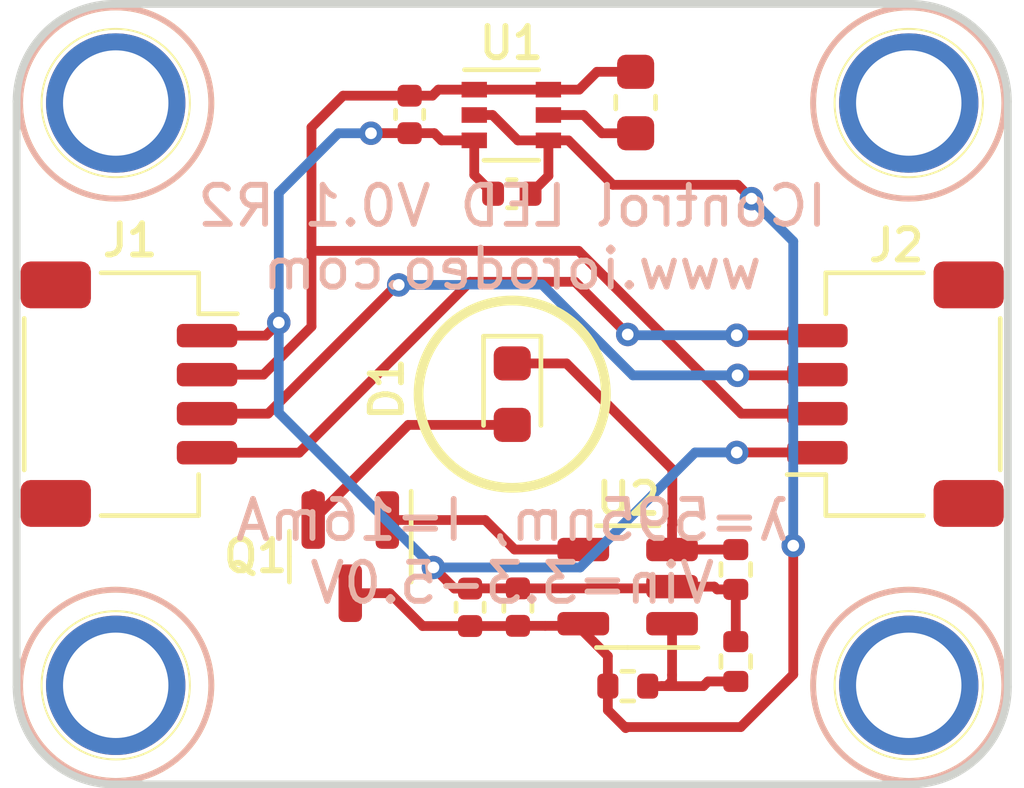
<source format=kicad_pcb>
(kicad_pcb (version 20221018) (generator pcbnew)
  (layers (0 "F.Cu" signal) (31 "B.Cu" signal) (34 "B.Paste" user) (35 "F.Paste" user) (36 "B.SilkS" user "B.Silkscreen") (37 "F.SilkS" user "F.Silkscreen") (38 "B.Mask" user) (39 "F.Mask" user) (44 "Edge.Cuts" user))
  (net 0 "")
  (net 1 "GND")
  (net 2 "/VIN")
  (net 3 "/VL")
  (net 4 "/SCL")
  (net 5 "/SDA")
  (net 6 "/5V")
  (net 7 "Net-(D1-K)")
  (net 8 "Net-(D1-A)")
  (net 9 "Net-(Q1-B)")
  (net 10 "/Vset")
  (footprint "custom_mount_hole:MountingHole_2.5mm_Pad" (layer "F.Cu") (at 52.54 52.54)
    (fp_text reference "M1" hide)
    (fp_text value "MountingHole_2.5mm_Pad" hide)
    (fp_circle (center 0 0) (end 2.45 0) (stroke (width 0.15)) (fill none) (layer "B.SilkS"))
    (fp_circle (center 0 0) (end 1.9 0) (stroke (width 0.05)) (fill none) (layer "F.SilkS"))
    (fp_circle (center 0 0) (end 2.45 0) (stroke (width 0.15)) (fill none) (layer "F.SilkS"))
    (pad "~" thru_hole circle (at 0 0) (size 3.57 3.57) (drill 2.7) (layers "*.Cu" "*.Mask"))
  )
  (footprint "custom_mount_hole:MountingHole_2.5mm_Pad" (layer "F.Cu") (at 72.86 52.54)
    (fp_text reference "M2" hide)
    (fp_text value "MountingHole_2.5mm_Pad" hide)
    (fp_circle (center 0 0) (end 2.45 0) (stroke (width 0.15)) (fill none) (layer "B.SilkS"))
    (fp_circle (center 0 0) (end 1.9 0) (stroke (width 0.05)) (fill none) (layer "F.SilkS"))
    (fp_circle (center 0 0) (end 2.45 0) (stroke (width 0.15)) (fill none) (layer "F.SilkS"))
    (pad "~" thru_hole circle (at 0 0) (size 3.57 3.57) (drill 2.7) (layers "*.Cu" "*.Mask"))
  )
  (footprint "custom_mount_hole:MountingHole_2.5mm_Pad" (layer "F.Cu") (at 72.86 67.46)
    (fp_text reference "M3" hide)
    (fp_text value "MountingHole_2.5mm_Pad" hide)
    (fp_circle (center 0 0) (end 2.45 0) (stroke (width 0.15)) (fill none) (layer "B.SilkS"))
    (fp_circle (center 0 0) (end 1.9 0) (stroke (width 0.05)) (fill none) (layer "F.SilkS"))
    (fp_circle (center 0 0) (end 2.45 0) (stroke (width 0.15)) (fill none) (layer "F.SilkS"))
    (pad "~" thru_hole circle (at 0 0) (size 3.57 3.57) (drill 2.7) (layers "*.Cu" "*.Mask"))
  )
  (footprint "custom_mount_hole:MountingHole_2.5mm_Pad" (layer "F.Cu") (at 52.54 67.46)
    (fp_text reference "M4" hide)
    (fp_text value "MountingHole_2.5mm_Pad" hide)
    (fp_circle (center 0 0) (end 2.45 0) (stroke (width 0.15)) (fill none) (layer "B.SilkS"))
    (fp_circle (center 0 0) (end 1.9 0) (stroke (width 0.05)) (fill none) (layer "F.SilkS"))
    (fp_circle (center 0 0) (end 2.45 0) (stroke (width 0.15)) (fill none) (layer "F.SilkS"))
    (pad "~" thru_hole circle (at 0 0) (size 3.57 3.57) (drill 2.7) (layers "*.Cu" "*.Mask"))
  )
  (footprint "LED_SMD:LED_0603_1608Metric" (layer "F.Cu") (at 62.7 60 -90)
    (fp_text reference "D1" (at -0.1322 3.2132 90) (layer "F.SilkS") (effects (font (size 0.8 0.8))))
    (fp_text value "LED" hide)
    (fp_line (start -1.485 -0.735) (end -1.485 0.735) (stroke (width 0.12)) (layer "F.SilkS"))
    (fp_line (start -1.485 0.735) (end 0.8 0.735) (stroke (width 0.12)) (layer "F.SilkS"))
    (fp_line (start 0.8 -0.735) (end -1.485 -0.735) (stroke (width 0.12)) (layer "F.SilkS"))
    (pad "1" smd roundrect (at -0.7875 0 270) (size 0.875 0.95) (layers "F.Cu" "F.Paste" "F.Mask") (net 7 "Net-(D1-K)"))
    (pad "2" smd roundrect (at 0.7875 0 270) (size 0.875 0.95) (layers "F.Cu" "F.Paste" "F.Mask") (net 8 "Net-(D1-A)"))
  )
  (footprint "JST_SH_SM04B_custom:JST_SH_SM04B-SRSS-TB_1x04-1MP_P1.00mm_Horizontal" (layer "F.Cu") (at 52.88 60 -90)
    (fp_text reference "J1" (at -3.9422 -0.0298) (layer "F.SilkS") (effects (font (size 0.8 0.8))))
    (fp_text value "Conn_01x04" hide)
    (fp_line (start -3.11 -1.785) (end -2.06 -1.785) (stroke (width 0.12)) (layer "F.SilkS"))
    (fp_line (start -3.11 0.715) (end -3.11 -1.785) (stroke (width 0.12)) (layer "F.SilkS"))
    (fp_line (start -2.06 -1.785) (end -2.06 -2.775) (stroke (width 0.12)) (layer "F.SilkS"))
    (fp_line (start -1.94 2.685) (end 1.94 2.685) (stroke (width 0.12)) (layer "F.SilkS"))
    (fp_line (start 3.11 -1.785) (end 2.06 -1.785) (stroke (width 0.12)) (layer "F.SilkS"))
    (fp_line (start 3.11 0.715) (end 3.11 -1.785) (stroke (width 0.12)) (layer "F.SilkS"))
    (pad "1" smd roundrect (at -1.5 -2 270) (size 0.6 1.55) (layers "F.Cu" "F.Paste" "F.Mask") (net 1 "GND"))
    (pad "2" smd roundrect (at -0.5 -2 270) (size 0.6 1.55) (layers "F.Cu" "F.Paste" "F.Mask") (net 2 "/VIN"))
    (pad "3" smd roundrect (at 0.5 -2 270) (size 0.6 1.55) (layers "F.Cu" "F.Paste" "F.Mask") (net 5 "/SDA"))
    (pad "4" smd roundrect (at 1.5 -2 270) (size 0.6 1.55) (layers "F.Cu" "F.Paste" "F.Mask") (net 4 "/SCL"))
    (pad "MP" smd roundrect (at -2.8 1.875 270) (size 1.2 1.8) (layers "F.Cu" "F.Paste" "F.Mask") (roundrect_rratio 0.2083333333))
    (pad "MP" smd roundrect (at 2.8 1.875 270) (size 1.2 1.8) (layers "F.Cu" "F.Paste" "F.Mask") (roundrect_rratio 0.2083333333))
  )
  (footprint "JST_SH_SM04B_custom:JST_SH_SM04B-SRSS-TB_1x04-1MP_P1.00mm_Horizontal" (layer "F.Cu") (at 72.52 60 90)
    (fp_text reference "J2" (at 3.8152 0.0208 180) (layer "F.SilkS") (effects (font (size 0.8 0.8))))
    (fp_text value "Conn_01x04" hide)
    (fp_line (start -3.11 -1.785) (end -2.06 -1.785) (stroke (width 0.12)) (layer "F.SilkS"))
    (fp_line (start -3.11 0.715) (end -3.11 -1.785) (stroke (width 0.12)) (layer "F.SilkS"))
    (fp_line (start -2.06 -1.785) (end -2.06 -2.775) (stroke (width 0.12)) (layer "F.SilkS"))
    (fp_line (start -1.94 2.685) (end 1.94 2.685) (stroke (width 0.12)) (layer "F.SilkS"))
    (fp_line (start 3.11 -1.785) (end 2.06 -1.785) (stroke (width 0.12)) (layer "F.SilkS"))
    (fp_line (start 3.11 0.715) (end 3.11 -1.785) (stroke (width 0.12)) (layer "F.SilkS"))
    (pad "1" smd roundrect (at -1.5 -2 90) (size 0.6 1.55) (layers "F.Cu" "F.Paste" "F.Mask") (net 1 "GND"))
    (pad "2" smd roundrect (at -0.5 -2 90) (size 0.6 1.55) (layers "F.Cu" "F.Paste" "F.Mask") (net 2 "/VIN"))
    (pad "3" smd roundrect (at 0.5 -2 90) (size 0.6 1.55) (layers "F.Cu" "F.Paste" "F.Mask") (net 5 "/SDA"))
    (pad "4" smd roundrect (at 1.5 -2 90) (size 0.6 1.55) (layers "F.Cu" "F.Paste" "F.Mask") (net 4 "/SCL"))
    (pad "MP" smd roundrect (at -2.8 1.875 90) (size 1.2 1.8) (layers "F.Cu" "F.Paste" "F.Mask") (roundrect_rratio 0.2083333333))
    (pad "MP" smd roundrect (at 2.8 1.875 90) (size 1.2 1.8) (layers "F.Cu" "F.Paste" "F.Mask") (roundrect_rratio 0.2083333333))
  )
  (footprint "Resistor_SMD:R_0402_1005Metric" (layer "F.Cu") (at 68.4276 64.4926 -90)
    (fp_text reference "R1" hide)
    (fp_text value "10" hide)
    (fp_line (start -0.153641 -0.38) (end 0.153641 -0.38) (stroke (width 0.12)) (layer "F.SilkS"))
    (fp_line (start -0.153641 0.38) (end 0.153641 0.38) (stroke (width 0.12)) (layer "F.SilkS"))
    (pad "1" smd roundrect (at -0.51 0 270) (size 0.54 0.64) (layers "F.Cu" "F.Paste" "F.Mask") (net 7 "Net-(D1-K)"))
    (pad "2" smd roundrect (at 0.51 0 270) (size 0.54 0.64) (layers "F.Cu" "F.Paste" "F.Mask") (net 1 "GND"))
  )
  (footprint "Package_TO_SOT_SMD:SOT-23-5" (layer "F.Cu") (at 65.6577 64.931 180)
    (fp_text reference "U2" (at -0.0125 2.25) (layer "F.SilkS") (effects (font (size 0.8 0.8) (thickness 0.15) bold)))
    (fp_text value "LMV321")
    (fp_line (start 0 -1.56) (end -1.8 -1.56) (stroke (width 0.12)) (layer "F.SilkS"))
    (fp_line (start 0 -1.56) (end 0.8 -1.56) (stroke (width 0.12)) (layer "F.SilkS"))
    (fp_line (start 0 1.56) (end -0.8 1.56) (stroke (width 0.12)) (layer "F.SilkS"))
    (fp_line (start 0 1.56) (end 0.8 1.56) (stroke (width 0.12)) (layer "F.SilkS"))
    (pad "1" smd roundrect (at -1.1375 -0.95 180) (size 1.325 0.6) (layers "F.Cu" "F.Paste" "F.Mask") (net 10 "/Vset"))
    (pad "2" smd roundrect (at -1.1375 0 180) (size 1.325 0.6) (layers "F.Cu" "F.Paste" "F.Mask") (net 1 "GND"))
    (pad "3" smd roundrect (at -1.1375 0.95 180) (size 1.325 0.6) (layers "F.Cu" "F.Paste" "F.Mask") (net 7 "Net-(D1-K)"))
    (pad "4" smd roundrect (at 1.1375 0.95 180) (size 1.325 0.6) (layers "F.Cu" "F.Paste" "F.Mask") (net 9 "Net-(Q1-B)"))
    (pad "5" smd roundrect (at 1.1375 -0.95 180) (size 1.325 0.6) (layers "F.Cu" "F.Paste" "F.Mask") (net 6 "/5V"))
  )
  (footprint "Capacitor_SMD:C_0402_1005Metric" (layer "F.Cu") (at 62.8452 65.456 90)
    (fp_text reference "C3" hide)
    (fp_text value "0.1uF" hide)
    (fp_line (start -0.107836 -0.36) (end 0.107836 -0.36) (stroke (width 0.12)) (layer "F.SilkS"))
    (fp_line (start -0.107836 0.36) (end 0.107836 0.36) (stroke (width 0.12)) (layer "F.SilkS"))
    (pad "1" smd roundrect (at -0.48 0 90) (size 0.56 0.62) (layers "F.Cu" "F.Paste" "F.Mask") (net 6 "/5V"))
    (pad "2" smd roundrect (at 0.48 0 90) (size 0.56 0.62) (layers "F.Cu" "F.Paste" "F.Mask") (net 1 "GND"))
  )
  (footprint "Resistor_SMD:R_0402_1005Metric" (layer "F.Cu") (at 68.4276 66.8508 90)
    (fp_text reference "R3" hide)
    (fp_text value "1k" hide)
    (fp_line (start -0.153641 -0.38) (end 0.153641 -0.38) (stroke (width 0.12)) (layer "F.SilkS"))
    (fp_line (start -0.153641 0.38) (end 0.153641 0.38) (stroke (width 0.12)) (layer "F.SilkS"))
    (pad "1" smd roundrect (at -0.51 0 90) (size 0.54 0.64) (layers "F.Cu" "F.Paste" "F.Mask") (net 10 "/Vset"))
    (pad "2" smd roundrect (at 0.51 0 90) (size 0.54 0.64) (layers "F.Cu" "F.Paste" "F.Mask") (net 1 "GND"))
  )
  (footprint "Inductor_SMD:L_0603_1608Metric" (layer "F.Cu") (at 65.8622 52.5272 -90)
    (fp_text reference "L1" hide)
    (fp_text value "4.7uF" hide)
    (fp_line (start -0.162779 -0.51) (end 0.162779 -0.51) (stroke (width 0.12)) (layer "F.SilkS"))
    (fp_line (start -0.162779 0.51) (end 0.162779 0.51) (stroke (width 0.12)) (layer "F.SilkS"))
    (pad "1" smd roundrect (at -0.7875 0 270) (size 0.875 0.95) (layers "F.Cu" "F.Paste" "F.Mask") (net 2 "/VIN"))
    (pad "2" smd roundrect (at 0.7875 0 270) (size 0.875 0.95) (layers "F.Cu" "F.Paste" "F.Mask") (net 3 "/VL"))
  )
  (footprint "Resistor_SMD:R_0402_1005Metric" (layer "F.Cu") (at 65.6602 67.481)
    (fp_text reference "R2" hide)
    (fp_text value "30k" hide)
    (fp_line (start -0.153641 -0.38) (end 0.153641 -0.38) (stroke (width 0.12)) (layer "F.SilkS"))
    (fp_line (start -0.153641 0.38) (end 0.153641 0.38) (stroke (width 0.12)) (layer "F.SilkS"))
    (pad "1" smd roundrect (at -0.51 0) (size 0.54 0.64) (layers "F.Cu" "F.Paste" "F.Mask") (net 6 "/5V"))
    (pad "2" smd roundrect (at 0.51 0) (size 0.54 0.64) (layers "F.Cu" "F.Paste" "F.Mask") (net 10 "/Vset"))
  )
  (footprint "Capacitor_SMD:C_0402_1005Metric" (layer "F.Cu") (at 60.071 52.832 90)
    (fp_text reference "C1" hide)
    (fp_text value "10uF" hide)
    (fp_line (start -0.107836 -0.36) (end 0.107836 -0.36) (stroke (width 0.12)) (layer "F.SilkS"))
    (fp_line (start -0.107836 0.36) (end 0.107836 0.36) (stroke (width 0.12)) (layer "F.SilkS"))
    (pad "1" smd roundrect (at -0.48 0 90) (size 0.56 0.62) (layers "F.Cu" "F.Paste" "F.Mask") (net 1 "GND"))
    (pad "2" smd roundrect (at 0.48 0 90) (size 0.56 0.62) (layers "F.Cu" "F.Paste" "F.Mask") (net 2 "/VIN"))
  )
  (footprint "Package_TO_SOT_SMD:SOT-363_SC-70-6" (layer "F.Cu") (at 62.677 52.847)
    (fp_text reference "U1" (at 0 -1.8438) (layer "F.SilkS") (effects (font (size 0.8 0.8))))
    (fp_text value "TPS61222DCK" hide)
    (fp_line (start -0.7 1.16) (end 0.7 1.16) (stroke (width 0.12)) (layer "F.SilkS"))
    (fp_line (start 0.7 -1.16) (end -1.2 -1.16) (stroke (width 0.12)) (layer "F.SilkS"))
    (pad "1" smd rect (at -0.95 -0.65) (size 0.65 0.4) (layers "F.Cu" "F.Paste" "F.Mask") (net 2 "/VIN"))
    (pad "2" smd rect (at -0.95 0) (size 0.65 0.4) (layers "F.Cu" "F.Paste" "F.Mask") (net 6 "/5V"))
    (pad "3" smd rect (at -0.95 0.65) (size 0.65 0.4) (layers "F.Cu" "F.Paste" "F.Mask") (net 1 "GND"))
    (pad "4" smd rect (at 0.95 0.65) (size 0.65 0.4) (layers "F.Cu" "F.Paste" "F.Mask") (net 6 "/5V"))
    (pad "5" smd rect (at 0.95 0) (size 0.65 0.4) (layers "F.Cu" "F.Paste" "F.Mask") (net 3 "/VL"))
    (pad "6" smd rect (at 0.95 -0.65) (size 0.65 0.4) (layers "F.Cu" "F.Paste" "F.Mask") (net 2 "/VIN"))
  )
  (footprint "Capacitor_SMD:C_0402_1005Metric" (layer "F.Cu") (at 61.6202 65.461 90)
    (fp_text reference "C4" hide)
    (fp_text value "10uF" hide)
    (fp_line (start -0.107836 -0.36) (end 0.107836 -0.36) (stroke (width 0.12)) (layer "F.SilkS"))
    (fp_line (start -0.107836 0.36) (end 0.107836 0.36) (stroke (width 0.12)) (layer "F.SilkS"))
    (pad "1" smd roundrect (at -0.48 0 90) (size 0.56 0.62) (layers "F.Cu" "F.Paste" "F.Mask") (net 6 "/5V"))
    (pad "2" smd roundrect (at 0.48 0 90) (size 0.56 0.62) (layers "F.Cu" "F.Paste" "F.Mask") (net 1 "GND"))
  )
  (footprint "Package_TO_SOT_SMD:SOT-23" (layer "F.Cu") (at 58.55 64.1625 -90)
    (fp_text reference "Q1" (at -0.0125 2.425 -180) (layer "F.SilkS") (effects (font (size 0.8 0.8) (thickness 0.15) bold)))
    (fp_text value "MMBT5551L" hide)
    (fp_line (start 0 -1.56) (end -1.675 -1.56) (stroke (width 0.12)) (layer "F.SilkS"))
    (fp_line (start 0 -1.56) (end 0.65 -1.56) (stroke (width 0.12)) (layer "F.SilkS"))
    (fp_line (start 0 1.56) (end -0.65 1.56) (stroke (width 0.12)) (layer "F.SilkS"))
    (fp_line (start 0 1.56) (end 0.65 1.56) (stroke (width 0.12)) (layer "F.SilkS"))
    (pad "1" smd roundrect (at -0.9375 -0.95 270) (size 1.475 0.6) (layers "F.Cu" "F.Paste" "F.Mask") (net 9 "Net-(Q1-B)"))
    (pad "2" smd roundrect (at -0.9375 0.95 270) (size 1.475 0.6) (layers "F.Cu" "F.Paste" "F.Mask") (net 8 "Net-(D1-A)"))
    (pad "3" smd roundrect (at 0.9375 0 270) (size 1.475 0.6) (layers "F.Cu" "F.Paste" "F.Mask") (net 6 "/5V"))
  )
  (footprint "Capacitor_SMD:C_0402_1005Metric" (layer "F.Cu") (at 62.6898 54.864)
    (fp_text reference "C2" hide)
    (fp_text value "10uF" hide)
    (fp_line (start -0.107836 -0.36) (end 0.107836 -0.36) (stroke (width 0.12)) (layer "F.SilkS"))
    (fp_line (start -0.107836 0.36) (end 0.107836 0.36) (stroke (width 0.12)) (layer "F.SilkS"))
    (pad "1" smd roundrect (at -0.48 0) (size 0.56 0.62) (layers "F.Cu" "F.Paste" "F.Mask") (net 1 "GND"))
    (pad "2" smd roundrect (at 0.48 0) (size 0.56 0.62) (layers "F.Cu" "F.Paste" "F.Mask") (net 6 "/5V"))
  )
  (gr_circle (center 62.7 60) (end 65.1 60) (stroke (width 0.25)) (fill none) (layer "F.SilkS"))
  (gr_arc (start 72.9 50) (mid 74.667767 50.732233) (end 75.4 52.5) (stroke (width 0.2)) (layer "Edge.Cuts"))
  (gr_arc (start 52.5 70) (mid 50.732233 69.267767) (end 50 67.5) (stroke (width 0.2)) (layer "Edge.Cuts"))
  (gr_line (start 52.5 50) (end 72.9 50) (stroke (width 0.2)) (layer "Edge.Cuts"))
  (gr_arc (start 50 52.5) (mid 50.732233 50.732233) (end 52.5 50) (stroke (width 0.2)) (layer "Edge.Cuts"))
  (gr_arc (start 75.4 67.5) (mid 74.667767 69.267767) (end 72.9 70) (stroke (width 0.2)) (layer "Edge.Cuts"))
  (gr_line (start 50 52.5) (end 50 67.5) (stroke (width 0.2)) (layer "Edge.Cuts"))
  (gr_line (start 52.5 70) (end 72.9 70) (stroke (width 0.2)) (layer "Edge.Cuts"))
  (gr_line (start 75.4 52.5) (end 75.4 67.5) (stroke (width 0.2)) (layer "Edge.Cuts"))
  (gr_text "IControl LED V0.1 R2\nwww.iorodeo.com\n\n\n\nλ=595nm, I=16mA\nVin=3.3-5.0V" (at 62.7 60.01) (layer "B.SilkS") (effects (font (size 1 1)) (justify mirror)))
  (segment (start 61.2218 64.981) (end 60.6806 64.4398) (width 0.25) (layer "F.Cu") (net 1))
  (segment (start 68.4276 65.0026) (end 68.4276 66.3408) (width 0.25) (layer "F.Cu") (net 1))
  (segment (start 60.071 53.312) (end 60.7034 53.312) (width 0.25) (layer "F.Cu") (net 1))
  (segment (start 60.7034 53.312) (end 60.8884 53.497) (width 0.25) (layer "F.Cu") (net 1))
  (segment (start 62.8452 64.976) (end 61.6252 64.976) (width 0.25) (layer "F.Cu") (net 1))
  (segment (start 68.4276 65.0026) (end 67.949 65.0026) (width 0.25) (layer "F.Cu") (net 1))
  (segment (start 70.3134 61.4934) (end 70.32 61.5) (width 0.25) (layer "F.Cu") (net 1))
  (segment (start 62.8452 64.976) (end 63.9452 64.976) (width 0.25) (layer "F.Cu") (net 1))
  (segment (start 67.949 65.0026) (end 67.8774 64.931) (width 0.25) (layer "F.Cu") (net 1))
  (segment (start 68.453 61.4934) (end 70.4134 61.4934) (width 0.25) (layer "F.Cu") (net 1))
  (segment (start 59.083 53.312) (end 59.0804 53.3146) (width 0.25) (layer "F.Cu") (net 1))
  (segment (start 56.3842 58.5) (end 54.98 58.5) (width 0.25) (layer "F.Cu") (net 1))
  (segment (start 70.4134 61.4934) (end 70.42 61.5) (width 0.25) (layer "F.Cu") (net 1))
  (segment (start 56.3842 58.5) (end 56.7182 58.166) (width 0.25) (layer "F.Cu") (net 1))
  (segment (start 70.7684 61.4934) (end 70.775 61.5) (width 0.25) (layer "F.Cu") (net 1))
  (segment (start 70.3634 61.4934) (end 70.37 61.5) (width 0.25) (layer "F.Cu") (net 1))
  (segment (start 61.727 54.3812) (end 62.2098 54.864) (width 0.25) (layer "F.Cu") (net 1))
  (segment (start 61.6202 64.981) (end 61.2218 64.981) (width 0.25) (layer "F.Cu") (net 1))
  (segment (start 66.7502 64.976) (end 66.7952 64.931) (width 0.25) (layer "F.Cu") (net 1))
  (segment (start 60.8884 53.497) (end 61.727 53.497) (width 0.25) (layer "F.Cu") (net 1))
  (segment (start 67.8774 64.931) (end 66.7952 64.931) (width 0.25) (layer "F.Cu") (net 1))
  (segment (start 60.071 53.312) (end 59.083 53.312) (width 0.25) (layer "F.Cu") (net 1))
  (segment (start 61.727 53.497) (end 61.727 54.3812) (width 0.25) (layer "F.Cu") (net 1))
  (segment (start 63.9452 64.976) (end 66.7502 64.976) (width 0.25) (layer "F.Cu") (net 1))
  (segment (start 61.6252 64.976) (end 61.6202 64.981) (width 0.25) (layer "F.Cu") (net 1))
  (via (at 60.6806 64.4398) (size 0.6) (drill 0.3) (layers "F.Cu" "B.Cu") (net 1))
  (via (at 56.7182 58.166) (size 0.6) (drill 0.3) (layers "F.Cu" "B.Cu") (net 1))
  (via (at 59.0804 53.3146) (size 0.6) (drill 0.3) (layers "F.Cu" "B.Cu") (net 1))
  (via (at 68.453 61.4934) (size 0.6) (drill 0.3) (layers "F.Cu" "B.Cu") (net 1))
  (segment (start 67.3862 61.4934) (end 68.453 61.4934) (width 0.25) (layer "B.Cu") (net 1))
  (segment (start 56.7182 54.8386) (end 58.2422 53.3146) (width 0.25) (layer "B.Cu") (net 1))
  (segment (start 60.6806 64.4398) (end 64.4398 64.4398) (width 0.25) (layer "B.Cu") (net 1))
  (segment (start 64.4398 64.4398) (end 67.3862 61.4934) (width 0.25) (layer "B.Cu") (net 1))
  (segment (start 56.7182 60.4774) (end 60.6806 64.4398) (width 0.25) (layer "B.Cu") (net 1))
  (segment (start 58.2422 53.3146) (end 59.0804 53.3146) (width 0.25) (layer "B.Cu") (net 1))
  (segment (start 56.7182 58.166) (end 56.7182 54.8386) (width 0.25) (layer "B.Cu") (net 1))
  (segment (start 56.7182 58.166) (end 56.7182 60.4774) (width 0.25) (layer "B.Cu") (net 1))
  (segment (start 60.6526 52.352) (end 60.8076 52.197) (width 0.25) (layer "F.Cu") (net 2))
  (segment (start 60.071 52.352) (end 60.6526 52.352) (width 0.25) (layer "F.Cu") (net 2))
  (segment (start 57.5564 53.1622) (end 58.3666 52.352) (width 0.25) (layer "F.Cu") (net 2))
  (segment (start 56.324 59.5) (end 57.5564 58.2676) (width 0.25) (layer "F.Cu") (net 2))
  (segment (start 64.8717 51.7397) (end 65.8622 51.7397) (width 0.25) (layer "F.Cu") (net 2))
  (segment (start 64.4144 52.197) (end 64.8717 51.7397) (width 0.25) (layer "F.Cu") (net 2))
  (segment (start 57.5564 56.3372) (end 57.5564 53.1622) (width 0.25) (layer "F.Cu") (net 2))
  (segment (start 57.5661 56.3275) (end 64.399584 56.3275) (width 0.25) (layer "F.Cu") (net 2))
  (segment (start 57.5564 58.2676) (end 57.5564 56.3372) (width 0.25) (layer "F.Cu") (net 2))
  (segment (start 63.627 52.197) (end 64.4144 52.197) (width 0.25) (layer "F.Cu") (net 2))
  (segment (start 57.5564 56.3372) (end 57.5661 56.3275) (width 0.25) (layer "F.Cu") (net 2))
  (segment (start 56.324 59.5) (end 54.98 59.5) (width 0.25) (layer "F.Cu") (net 2))
  (segment (start 58.3666 52.352) (end 60.071 52.352) (width 0.25) (layer "F.Cu") (net 2))
  (segment (start 64.399584 56.3275) (end 68.572084 60.5) (width 0.25) (layer "F.Cu") (net 2))
  (segment (start 68.572084 60.5) (end 70.42 60.5) (width 0.25) (layer "F.Cu") (net 2))
  (segment (start 61.727 52.197) (end 63.627 52.197) (width 0.25) (layer "F.Cu") (net 2))
  (segment (start 60.8076 52.197) (end 61.727 52.197) (width 0.25) (layer "F.Cu") (net 2))
  (segment (start 64.531 52.847) (end 63.627 52.847) (width 0.25) (layer "F.Cu") (net 3))
  (segment (start 65.8622 53.3147) (end 64.9987 53.3147) (width 0.25) (layer "F.Cu") (net 3))
  (segment (start 64.9987 53.3147) (end 64.531 52.847) (width 0.25) (layer "F.Cu") (net 3))
  (segment (start 57.24 61.5) (end 54.98 61.5) (width 0.25) (layer "F.Cu") (net 4))
  (segment (start 61.62 57.12) (end 57.24 61.5) (width 0.25) (layer "F.Cu") (net 4))
  (segment (start 68.453 58.49) (end 70.41 58.49) (width 0.25) (layer "F.Cu") (net 4))
  (segment (start 70.36 58.49) (end 70.37 58.5) (width 0.25) (layer "F.Cu") (net 4))
  (segment (start 70.41 58.49) (end 70.42 58.5) (width 0.25) (layer "F.Cu") (net 4))
  (segment (start 65.659 58.4708) (end 64.3082 57.12) (width 0.25) (layer "F.Cu") (net 4))
  (segment (start 70.31 58.49) (end 70.32 58.5) (width 0.25) (layer "F.Cu") (net 4))
  (segment (start 64.3082 57.12) (end 61.62 57.12) (width 0.25) (layer "F.Cu") (net 4))
  (via (at 68.453 58.49) (size 0.6) (drill 0.3) (layers "F.Cu" "B.Cu") (net 4))
  (via (at 65.659 58.4708) (size 0.6) (drill 0.3) (layers "F.Cu" "B.Cu") (net 4))
  (segment (start 68.453 58.49) (end 65.6782 58.49) (width 0.25) (layer "B.Cu") (net 4))
  (segment (start 65.6782 58.49) (end 65.659 58.4708) (width 0.25) (layer "B.Cu") (net 4))
  (segment (start 59.7916 57.2008) (end 59.7408 57.2008) (width 0.25) (layer "F.Cu") (net 5))
  (segment (start 68.472931 59.517669) (end 70.402331 59.517669) (width 0.25) (layer "F.Cu") (net 5))
  (segment (start 68.472931 59.517669) (end 68.4906 59.5) (width 0.25) (layer "F.Cu") (net 5))
  (segment (start 70.402331 59.517669) (end 70.42 59.5) (width 0.25) (layer "F.Cu") (net 5))
  (segment (start 59.7408 57.2008) (end 56.4416 60.5) (width 0.25) (layer "F.Cu") (net 5))
  (segment (start 56.4416 60.5) (end 54.98 60.5) (width 0.25) (layer "F.Cu") (net 5))
  (segment (start 68.472931 59.517669) (end 68.455262 59.5) (width 0.25) (layer "F.Cu") (net 5))
  (segment (start 70.352331 59.517669) (end 70.37 59.5) (width 0.25) (layer "F.Cu") (net 5))
  (via (at 59.7916 57.2008) (size 0.6) (drill 0.3) (layers "F.Cu" "B.Cu") (net 5))
  (via (at 68.472931 59.517669) (size 0.6) (drill 0.3) (layers "F.Cu" "B.Cu") (net 5))
  (segment (start 61.4492 57.2008) (end 59.7916 57.2008) (width 0.25) (layer "B.Cu") (net 5))
  (segment (start 68.472931 59.517669) (end 65.791469 59.517669) (width 0.25) (layer "B.Cu") (net 5))
  (segment (start 65.791469 59.517669) (end 63.4638 57.19) (width 0.25) (layer "B.Cu") (net 5))
  (segment (start 61.46 57.19) (end 61.4492 57.2008) (width 0.25) (layer "B.Cu") (net 5))
  (segment (start 63.4638 57.19) (end 61.46 57.19) (width 0.25) (layer "B.Cu") (net 5))
  (segment (start 63.627 54.4068) (end 63.1698 54.864) (width 0.25) (layer "F.Cu") (net 6))
  (segment (start 64.5202 65.881) (end 64.5202 66.081) (width 0.25) (layer "F.Cu") (net 6))
  (segment (start 62.8402 65.941) (end 62.8452 65.936) (width 0.25) (layer "F.Cu") (net 6))
  (segment (start 63.5452 65.936) (end 64.4652 65.936) (width 0.25) (layer "F.Cu") (net 6))
  (segment (start 61.6202 65.941) (end 60.4038 65.941) (width 0.25) (layer "F.Cu") (net 6))
  (segment (start 65.6082 68.5546) (end 65.1502 68.0966) (width 0.25) (layer "F.Cu") (net 6))
  (segment (start 58.55 65.1) (end 58.55 65.5858) (width 0.25) (layer "F.Cu") (net 6))
  (segment (start 62.8452 65.936) (end 63.5452 65.936) (width 0.25) (layer "F.Cu") (net 6))
  (segment (start 61.727 52.847) (end 62.1942 52.847) (width 0.25) (layer "F.Cu") (net 6))
  (segment (start 68.5546 68.5292) (end 65.6336 68.5292) (width 0.25) (layer "F.Cu") (net 6))
  (segment (start 65.1502 66.711) (end 65.1502 67.481) (width 0.25) (layer "F.Cu") (net 6))
  (segment (start 68.4754 54.6354) (end 68.83 54.99) (width 0.25) (layer "F.Cu") (net 6))
  (segment (start 63.627 53.497) (end 64.1396 53.497) (width 0.25) (layer "F.Cu") (net 6))
  (segment (start 65.278 54.6354) (end 68.4754 54.6354) (width 0.25) (layer "F.Cu") (net 6))
  (segment (start 62.1942 52.847) (end 62.8442 53.497) (width 0.25) (layer "F.Cu") (net 6))
  (segment (start 64.5202 66.081) (end 65.1502 66.711) (width 0.25) (layer "F.Cu") (net 6))
  (segment (start 61.6202 65.941) (end 62.8402 65.941) (width 0.25) (layer "F.Cu") (net 6))
  (segment (start 59.5628 65.1) (end 58.55 65.1) (width 0.25) (layer "F.Cu") (net 6))
  (segment (start 65.6336 68.5292) (end 65.6082 68.5546) (width 0.25) (layer "F.Cu") (net 6))
  (segment (start 63.627 53.497) (end 63.627 54.4068) (width 0.25) (layer "F.Cu") (net 6))
  (segment (start 64.1396 53.497) (end 65.278 54.6354) (width 0.25) (layer "F.Cu") (net 6))
  (segment (start 69.9008 67.183) (end 68.5546 68.5292) (width 0.25) (layer "F.Cu") (net 6))
  (segment (start 60.4038 65.941) (end 59.5628 65.1) (width 0.25) (layer "F.Cu") (net 6))
  (segment (start 69.9008 63.881) (end 69.9008 67.183) (width 0.25) (layer "F.Cu") (net 6))
  (segment (start 62.8442 53.497) (end 63.627 53.497) (width 0.25) (layer "F.Cu") (net 6))
  (segment (start 65.1502 68.0966) (end 65.1502 67.481) (width 0.25) (layer "F.Cu") (net 6))
  (segment (start 64.4652 65.936) (end 64.5202 65.881) (width 0.25) (layer "F.Cu") (net 6))
  (via (at 69.9008 63.881) (size 0.6) (drill 0.3) (layers "F.Cu" "B.Cu") (net 6))
  (via (at 68.83 54.99) (size 0.6) (drill 0.3) (layers "F.Cu" "B.Cu") (net 6))
  (segment (start 69.9008 56.0832) (end 68.83 55.0124) (width 0.25) (layer "B.Cu") (net 6))
  (segment (start 68.83 55.0124) (end 68.83 54.99) (width 0.25) (layer "B.Cu") (net 6))
  (segment (start 69.9008 63.881) (end 69.9008 56.0832) (width 0.25) (layer "B.Cu") (net 6))
  (segment (start 68.426 63.981) (end 68.4276 63.9826) (width 0.25) (layer "F.Cu") (net 7))
  (segment (start 66.802 61.9252) (end 66.802 63.3476) (width 0.25) (layer "F.Cu") (net 7))
  (segment (start 62.7 59.2125) (end 64.0893 59.2125) (width 0.25) (layer "F.Cu") (net 7))
  (segment (start 66.7952 63.981) (end 68.426 63.981) (width 0.25) (layer "F.Cu") (net 7))
  (segment (start 64.0893 59.2125) (end 66.802 61.9252) (width 0.25) (layer "F.Cu") (net 7))
  (segment (start 66.7952 63.3544) (end 66.7952 63.981) (width 0.25) (layer "F.Cu") (net 7))
  (segment (start 66.802 63.3476) (end 66.7952 63.3544) (width 0.25) (layer "F.Cu") (net 7))
  (segment (start 60.0375 60.7875) (end 62.7 60.7875) (width 0.25) (layer "F.Cu") (net 8))
  (segment (start 57.6 63.225) (end 57.6 62.56) (width 0.25) (layer "F.Cu") (net 8))
  (segment (start 57.6 63.225) (end 60.0375 60.7875) (width 0.25) (layer "F.Cu") (net 8))
  (segment (start 62.0058 63.225) (end 59.5 63.225) (width 0.25) (layer "F.Cu") (net 9))
  (segment (start 59.545 63.18) (end 59.5 63.225) (width 0.25) (layer "F.Cu") (net 9))
  (segment (start 64.5202 63.981) (end 62.7618 63.981) (width 0.25) (layer "F.Cu") (net 9))
  (segment (start 62.7618 63.981) (end 62.0058 63.225) (width 0.25) (layer "F.Cu") (net 9))
  (segment (start 66.7952 67.346) (end 66.6602 67.481) (width 0.25) (layer "F.Cu") (net 10))
  (segment (start 67.7164 67.3608) (end 68.4276 67.3608) (width 0.25) (layer "F.Cu") (net 10))
  (segment (start 66.7952 65.881) (end 66.7952 67.196) (width 0.25) (layer "F.Cu") (net 10))
  (segment (start 66.5226 67.481) (end 67.5962 67.481) (width 0.25) (layer "F.Cu") (net 10))
  (segment (start 66.5226 67.481) (end 66.1702 67.481) (width 0.25) (layer "F.Cu") (net 10))
  (segment (start 66.7952 67.196) (end 66.7952 67.346) (width 0.25) (layer "F.Cu") (net 10))
  (segment (start 66.6602 67.481) (end 66.5226 67.481) (width 0.25) (layer "F.Cu") (net 10))
  (segment (start 67.5962 67.481) (end 67.7164 67.3608) (width 0.25) (layer "F.Cu") (net 10))
)
</source>
